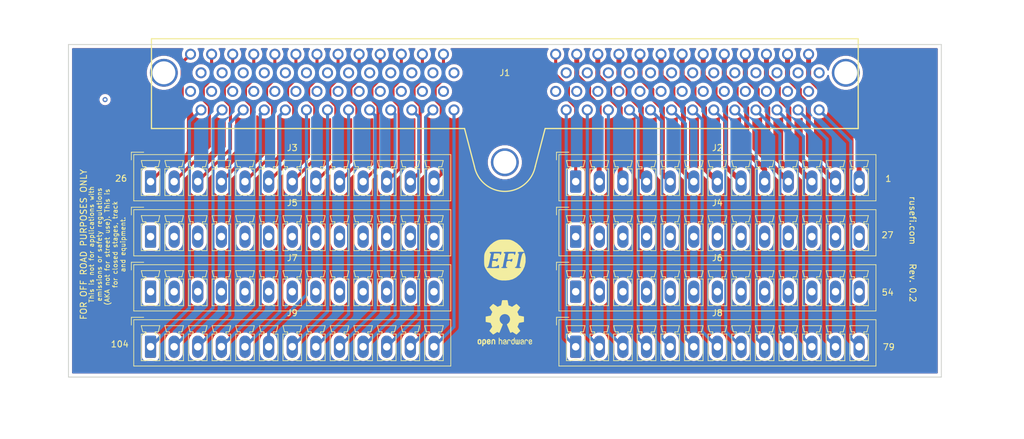
<source format=kicad_pcb>
(kicad_pcb (version 20171130) (host pcbnew 5.1.10)
  (layers (0 F.Cu signal) (1 In1.Cu signal) (2 In2.Cu signal) (31 B.Cu signal) (34 B.Paste user hide) (35 F.Paste user hide) (36 B.SilkS user) (37 F.SilkS user) (38 B.Mask user) (39 F.Mask user) (44 Edge.Cuts user))
  (net 0 "")
  (net 1 "Net-(J1-Pad90)")
  (net 2 "Net-(J1-Pad89)")
  (net 3 "Net-(J1-Pad88)")
  (net 4 "Net-(J1-Pad87)")
  (net 5 "Net-(J1-Pad86)")
  (net 6 "Net-(J1-Pad85)")
  (net 7 "Net-(J1-Pad84)")
  (net 8 "Net-(J1-Pad83)")
  (net 9 "Net-(J1-Pad82)")
  (net 10 "Net-(J1-Pad81)")
  (net 11 "Net-(J1-Pad80)")
  (net 12 "Net-(J1-Pad79)")
  (net 13 "Net-(J1-Pad53)")
  (net 14 "Net-(J1-Pad54)")
  (net 15 "Net-(J1-Pad55)")
  (net 16 "Net-(J1-Pad56)")
  (net 17 "Net-(J1-Pad57)")
  (net 18 "Net-(J1-Pad58)")
  (net 19 "Net-(J1-Pad59)")
  (net 20 "Net-(J1-Pad60)")
  (net 21 "Net-(J1-Pad61)")
  (net 22 "Net-(J1-Pad62)")
  (net 23 "Net-(J1-Pad63)")
  (net 24 "Net-(J1-Pad64)")
  (net 25 "Net-(J1-Pad37)")
  (net 26 "Net-(J1-Pad36)")
  (net 27 "Net-(J1-Pad35)")
  (net 28 "Net-(J1-Pad34)")
  (net 29 "Net-(J1-Pad33)")
  (net 30 "Net-(J1-Pad32)")
  (net 31 "Net-(J1-Pad31)")
  (net 32 "Net-(J1-Pad30)")
  (net 33 "Net-(J1-Pad29)")
  (net 34 "Net-(J1-Pad28)")
  (net 35 "Net-(J1-Pad27)")
  (net 36 "Net-(J1-Pad1)")
  (net 37 "Net-(J1-Pad2)")
  (net 38 "Net-(J1-Pad3)")
  (net 39 "Net-(J1-Pad4)")
  (net 40 "Net-(J1-Pad5)")
  (net 41 "Net-(J1-Pad6)")
  (net 42 "Net-(J1-Pad7)")
  (net 43 "Net-(J1-Pad8)")
  (net 44 "Net-(J1-Pad9)")
  (net 45 "Net-(J1-Pad10)")
  (net 46 "Net-(J1-Pad11)")
  (net 47 "Net-(J1-Pad12)")
  (net 48 "Net-(J1-Pad38)")
  (net 49 "Net-(J1-Pad13)")
  (net 50 "Net-(J1-Pad65)")
  (net 51 "Net-(J1-Pad91)")
  (net 52 "Net-(J1-Pad39)")
  (net 53 "Net-(J1-Pad104)")
  (net 54 "Net-(J1-Pad103)")
  (net 55 "Net-(J1-Pad102)")
  (net 56 "Net-(J1-Pad101)")
  (net 57 "Net-(J1-Pad100)")
  (net 58 "Net-(J1-Pad99)")
  (net 59 "Net-(J1-Pad98)")
  (net 60 "Net-(J1-Pad97)")
  (net 61 "Net-(J1-Pad72)")
  (net 62 "Net-(J1-Pad73)")
  (net 63 "Net-(J1-Pad74)")
  (net 64 "Net-(J1-Pad75)")
  (net 65 "Net-(J1-Pad76)")
  (net 66 "Net-(J1-Pad77)")
  (net 67 "Net-(J1-Pad78)")
  (net 68 "Net-(J1-Pad52)")
  (net 69 "Net-(J1-Pad51)")
  (net 70 "Net-(J1-Pad50)")
  (net 71 "Net-(J1-Pad49)")
  (net 72 "Net-(J1-Pad48)")
  (net 73 "Net-(J1-Pad47)")
  (net 74 "Net-(J1-Pad46)")
  (net 75 "Net-(J1-Pad45)")
  (net 76 "Net-(J1-Pad26)")
  (net 77 "Net-(J1-Pad25)")
  (net 78 "Net-(J1-Pad24)")
  (net 79 "Net-(J1-Pad23)")
  (net 80 "Net-(J1-Pad22)")
  (net 81 "Net-(J1-Pad21)")
  (net 82 "Net-(J1-Pad20)")
  (net 83 "Net-(J1-Pad19)")
  (net 84 "Net-(J1-Pad71)")
  (net 85 "Net-(J1-Pad96)")
  (net 86 "Net-(J1-Pad44)")
  (net 87 "Net-(J1-Pad70)")
  (net 88 "Net-(J1-Pad18)")
  (net 89 "Net-(J1-Pad43)")
  (net 90 "Net-(J1-Pad95)")
  (net 91 "Net-(J1-Pad69)")
  (net 92 "Net-(J1-Pad17)")
  (net 93 "Net-(J1-Pad42)")
  (net 94 "Net-(J1-Pad94)")
  (net 95 "Net-(J1-Pad68)")
  (net 96 "Net-(J1-Pad16)")
  (net 97 "Net-(J1-Pad93)")
  (net 98 "Net-(J1-Pad41)")
  (net 99 "Net-(J1-Pad15)")
  (net 100 "Net-(J1-Pad67)")
  (net 101 "Net-(J1-Pad92)")
  (net 102 "Net-(J1-Pad66)")
  (net 103 "Net-(J1-Pad40)")
  (net 104 "Net-(J1-Pad14)")
  (module rusefi_lib:eecv (layer F.Cu) (at 93.62 20.36)
    (fp_text reference J1 (at 0 5.5) (layer F.SilkS))
    (fp_text value EEC-V)
    (pad "" thru_hole circle (at 0 19.95) (size 4.5 4.5) (drill 3.7) (layers *.Cu *.Mask))
    (pad 90 thru_hole circle (at 13.3 11.5) (size 1.778 1.778) (drill 1.143) (layers *.Cu *.Mask) (net 1 "Net-(J1-Pad90)"))
    (pad 89 thru_hole circle (at 16.7 11.5) (size 1.778 1.778) (drill 1.143) (layers *.Cu *.Mask) (net 2 "Net-(J1-Pad89)"))
    (pad 88 thru_hole circle (at 20.1 11.5) (size 1.778 1.778) (drill 1.143) (layers *.Cu *.Mask) (net 3 "Net-(J1-Pad88)"))
    (pad 87 thru_hole circle (at 23.5 11.5) (size 1.778 1.778) (drill 1.143) (layers *.Cu *.Mask) (net 4 "Net-(J1-Pad87)"))
    (pad 86 thru_hole circle (at 26.9 11.5) (size 1.778 1.778) (drill 1.143) (layers *.Cu *.Mask) (net 5 "Net-(J1-Pad86)"))
    (pad 85 thru_hole circle (at 30.3 11.5) (size 1.778 1.778) (drill 1.143) (layers *.Cu *.Mask) (net 6 "Net-(J1-Pad85)"))
    (pad 84 thru_hole circle (at 33.7 11.5) (size 1.778 1.778) (drill 1.143) (layers *.Cu *.Mask) (net 7 "Net-(J1-Pad84)"))
    (pad 83 thru_hole circle (at 37.1 11.5) (size 1.778 1.778) (drill 1.143) (layers *.Cu *.Mask) (net 8 "Net-(J1-Pad83)"))
    (pad 82 thru_hole circle (at 40.5 11.5) (size 1.778 1.778) (drill 1.143) (layers *.Cu *.Mask) (net 9 "Net-(J1-Pad82)"))
    (pad 81 thru_hole circle (at 43.9 11.5) (size 1.778 1.778) (drill 1.143) (layers *.Cu *.Mask) (net 10 "Net-(J1-Pad81)"))
    (pad 80 thru_hole circle (at 47.3 11.5) (size 1.778 1.778) (drill 1.143) (layers *.Cu *.Mask) (net 11 "Net-(J1-Pad80)"))
    (pad 79 thru_hole circle (at 50.7 11.5) (size 1.778 1.778) (drill 1.143) (layers *.Cu *.Mask) (net 12 "Net-(J1-Pad79)"))
    (pad 53 thru_hole circle (at 49 8.5) (size 1.778 1.778) (drill 1.143) (layers *.Cu *.Mask) (net 13 "Net-(J1-Pad53)"))
    (pad 54 thru_hole circle (at 45.6 8.5) (size 1.778 1.778) (drill 1.143) (layers *.Cu *.Mask) (net 14 "Net-(J1-Pad54)"))
    (pad 55 thru_hole circle (at 42.2 8.5) (size 1.778 1.778) (drill 1.143) (layers *.Cu *.Mask) (net 15 "Net-(J1-Pad55)"))
    (pad 56 thru_hole circle (at 38.8 8.5) (size 1.778 1.778) (drill 1.143) (layers *.Cu *.Mask) (net 16 "Net-(J1-Pad56)"))
    (pad 57 thru_hole circle (at 35.4 8.5) (size 1.778 1.778) (drill 1.143) (layers *.Cu *.Mask) (net 17 "Net-(J1-Pad57)"))
    (pad 58 thru_hole circle (at 32 8.5) (size 1.778 1.778) (drill 1.143) (layers *.Cu *.Mask) (net 18 "Net-(J1-Pad58)"))
    (pad 59 thru_hole circle (at 28.6 8.5) (size 1.778 1.778) (drill 1.143) (layers *.Cu *.Mask) (net 19 "Net-(J1-Pad59)"))
    (pad 60 thru_hole circle (at 25.2 8.5) (size 1.778 1.778) (drill 1.143) (layers *.Cu *.Mask) (net 20 "Net-(J1-Pad60)"))
    (pad 61 thru_hole circle (at 21.8 8.5) (size 1.778 1.778) (drill 1.143) (layers *.Cu *.Mask) (net 21 "Net-(J1-Pad61)"))
    (pad 62 thru_hole circle (at 18.4 8.5) (size 1.778 1.778) (drill 1.143) (layers *.Cu *.Mask) (net 22 "Net-(J1-Pad62)"))
    (pad 63 thru_hole circle (at 15 8.5) (size 1.778 1.778) (drill 1.143) (layers *.Cu *.Mask) (net 23 "Net-(J1-Pad63)"))
    (pad 64 thru_hole circle (at 11.6 8.5) (size 1.778 1.778) (drill 1.143) (layers *.Cu *.Mask) (net 24 "Net-(J1-Pad64)"))
    (pad 37 thru_hole circle (at 16.7 5.5) (size 1.778 1.778) (drill 1.143) (layers *.Cu *.Mask) (net 25 "Net-(J1-Pad37)"))
    (pad 36 thru_hole circle (at 20.1 5.5) (size 1.778 1.778) (drill 1.143) (layers *.Cu *.Mask) (net 26 "Net-(J1-Pad36)"))
    (pad 35 thru_hole circle (at 23.5 5.5) (size 1.778 1.778) (drill 1.143) (layers *.Cu *.Mask) (net 27 "Net-(J1-Pad35)"))
    (pad 34 thru_hole circle (at 26.9 5.5) (size 1.778 1.778) (drill 1.143) (layers *.Cu *.Mask) (net 28 "Net-(J1-Pad34)"))
    (pad 33 thru_hole circle (at 30.3 5.5) (size 1.778 1.778) (drill 1.143) (layers *.Cu *.Mask) (net 29 "Net-(J1-Pad33)"))
    (pad 32 thru_hole circle (at 33.7 5.5) (size 1.778 1.778) (drill 1.143) (layers *.Cu *.Mask) (net 30 "Net-(J1-Pad32)"))
    (pad 31 thru_hole circle (at 37.1 5.5) (size 1.778 1.778) (drill 1.143) (layers *.Cu *.Mask) (net 31 "Net-(J1-Pad31)"))
    (pad 30 thru_hole circle (at 40.5 5.5) (size 1.778 1.778) (drill 1.143) (layers *.Cu *.Mask) (net 32 "Net-(J1-Pad30)"))
    (pad 29 thru_hole circle (at 43.9 5.5) (size 1.778 1.778) (drill 1.143) (layers *.Cu *.Mask) (net 33 "Net-(J1-Pad29)"))
    (pad 28 thru_hole circle (at 47.3 5.5) (size 1.778 1.778) (drill 1.143) (layers *.Cu *.Mask) (net 34 "Net-(J1-Pad28)"))
    (pad 27 thru_hole circle (at 50.7 5.5) (size 1.778 1.778) (drill 1.143) (layers *.Cu *.Mask) (net 35 "Net-(J1-Pad27)"))
    (pad 1 thru_hole circle (at 49 2.5) (size 1.778 1.778) (drill 1.143) (layers *.Cu *.Mask) (net 36 "Net-(J1-Pad1)"))
    (pad 2 thru_hole circle (at 45.6 2.5) (size 1.778 1.778) (drill 1.143) (layers *.Cu *.Mask) (net 37 "Net-(J1-Pad2)"))
    (pad 3 thru_hole circle (at 42.2 2.5) (size 1.778 1.778) (drill 1.143) (layers *.Cu *.Mask) (net 38 "Net-(J1-Pad3)"))
    (pad 4 thru_hole circle (at 38.8 2.5) (size 1.778 1.778) (drill 1.143) (layers *.Cu *.Mask) (net 39 "Net-(J1-Pad4)"))
    (pad 5 thru_hole circle (at 35.4 2.5) (size 1.778 1.778) (drill 1.143) (layers *.Cu *.Mask) (net 40 "Net-(J1-Pad5)"))
    (pad 6 thru_hole circle (at 32 2.5) (size 1.778 1.778) (drill 1.143) (layers *.Cu *.Mask) (net 41 "Net-(J1-Pad6)"))
    (pad 7 thru_hole circle (at 28.6 2.5) (size 1.778 1.778) (drill 1.143) (layers *.Cu *.Mask) (net 42 "Net-(J1-Pad7)"))
    (pad 8 thru_hole circle (at 25.2 2.5) (size 1.778 1.778) (drill 1.143) (layers *.Cu *.Mask) (net 43 "Net-(J1-Pad8)"))
    (pad 9 thru_hole circle (at 21.8 2.5) (size 1.778 1.778) (drill 1.143) (layers *.Cu *.Mask) (net 44 "Net-(J1-Pad9)"))
    (pad 10 thru_hole circle (at 18.4 2.5) (size 1.778 1.778) (drill 1.143) (layers *.Cu *.Mask) (net 45 "Net-(J1-Pad10)"))
    (pad 11 thru_hole circle (at 15 2.5) (size 1.778 1.778) (drill 1.143) (layers *.Cu *.Mask) (net 46 "Net-(J1-Pad11)"))
    (pad 12 thru_hole circle (at 11.6 2.5) (size 1.778 1.778) (drill 1.143) (layers *.Cu *.Mask) (net 47 "Net-(J1-Pad12)"))
    (pad 38 thru_hole circle (at 13.3 5.5) (size 1.778 1.778) (drill 1.143) (layers *.Cu *.Mask) (net 48 "Net-(J1-Pad38)"))
    (pad 13 thru_hole circle (at 8.2 2.5) (size 1.778 1.778) (drill 1.143) (layers *.Cu *.Mask) (net 49 "Net-(J1-Pad13)"))
    (pad 65 thru_hole circle (at 8.2 8.5) (size 1.778 1.778) (drill 1.143) (layers *.Cu *.Mask) (net 50 "Net-(J1-Pad65)"))
    (pad 91 thru_hole circle (at 9.9 11.5) (size 1.778 1.778) (drill 1.143) (layers *.Cu *.Mask) (net 51 "Net-(J1-Pad91)"))
    (pad 39 thru_hole circle (at 9.9 5.5) (size 1.778 1.778) (drill 1.143) (layers *.Cu *.Mask) (net 52 "Net-(J1-Pad39)"))
    (pad 104 thru_hole circle (at -49 11.5) (size 1.778 1.778) (drill 1.143) (layers *.Cu *.Mask) (net 53 "Net-(J1-Pad104)"))
    (pad 103 thru_hole circle (at -45.6 11.5) (size 1.778 1.778) (drill 1.143) (layers *.Cu *.Mask) (net 54 "Net-(J1-Pad103)"))
    (pad 102 thru_hole circle (at -42.2 11.5) (size 1.778 1.778) (drill 1.143) (layers *.Cu *.Mask) (net 55 "Net-(J1-Pad102)"))
    (pad 101 thru_hole circle (at -38.8 11.5) (size 1.778 1.778) (drill 1.143) (layers *.Cu *.Mask) (net 56 "Net-(J1-Pad101)"))
    (pad 100 thru_hole circle (at -35.4 11.5) (size 1.778 1.778) (drill 1.143) (layers *.Cu *.Mask) (net 57 "Net-(J1-Pad100)"))
    (pad 99 thru_hole circle (at -32 11.5) (size 1.778 1.778) (drill 1.143) (layers *.Cu *.Mask) (net 58 "Net-(J1-Pad99)"))
    (pad 98 thru_hole circle (at -28.6 11.5) (size 1.778 1.778) (drill 1.143) (layers *.Cu *.Mask) (net 59 "Net-(J1-Pad98)"))
    (pad 97 thru_hole circle (at -25.2 11.5) (size 1.778 1.778) (drill 1.143) (layers *.Cu *.Mask) (net 60 "Net-(J1-Pad97)"))
    (pad 72 thru_hole circle (at -30.3 8.5) (size 1.778 1.778) (drill 1.143) (layers *.Cu *.Mask) (net 61 "Net-(J1-Pad72)"))
    (pad 73 thru_hole circle (at -33.7 8.5) (size 1.778 1.778) (drill 1.143) (layers *.Cu *.Mask) (net 62 "Net-(J1-Pad73)"))
    (pad 74 thru_hole circle (at -37.1 8.5) (size 1.778 1.778) (drill 1.143) (layers *.Cu *.Mask) (net 63 "Net-(J1-Pad74)"))
    (pad 75 thru_hole circle (at -40.5 8.5) (size 1.778 1.778) (drill 1.143) (layers *.Cu *.Mask) (net 64 "Net-(J1-Pad75)"))
    (pad 76 thru_hole circle (at -43.9 8.5) (size 1.778 1.778) (drill 1.143) (layers *.Cu *.Mask) (net 65 "Net-(J1-Pad76)"))
    (pad 77 thru_hole circle (at -47.3 8.5) (size 1.778 1.778) (drill 1.143) (layers *.Cu *.Mask) (net 66 "Net-(J1-Pad77)"))
    (pad 78 thru_hole circle (at -50.7 8.5) (size 1.778 1.778) (drill 1.143) (layers *.Cu *.Mask) (net 67 "Net-(J1-Pad78)"))
    (pad 52 thru_hole circle (at -49 5.5) (size 1.778 1.778) (drill 1.143) (layers *.Cu *.Mask) (net 68 "Net-(J1-Pad52)"))
    (pad 51 thru_hole circle (at -45.6 5.5) (size 1.778 1.778) (drill 1.143) (layers *.Cu *.Mask) (net 69 "Net-(J1-Pad51)"))
    (pad 50 thru_hole circle (at -42.2 5.5) (size 1.778 1.778) (drill 1.143) (layers *.Cu *.Mask) (net 70 "Net-(J1-Pad50)"))
    (pad 49 thru_hole circle (at -38.8 5.5) (size 1.778 1.778) (drill 1.143) (layers *.Cu *.Mask) (net 71 "Net-(J1-Pad49)"))
    (pad 48 thru_hole circle (at -35.4 5.5) (size 1.778 1.778) (drill 1.143) (layers *.Cu *.Mask) (net 72 "Net-(J1-Pad48)"))
    (pad 47 thru_hole circle (at -32 5.5) (size 1.778 1.778) (drill 1.143) (layers *.Cu *.Mask) (net 73 "Net-(J1-Pad47)"))
    (pad 46 thru_hole circle (at -28.6 5.5) (size 1.778 1.778) (drill 1.143) (layers *.Cu *.Mask) (net 74 "Net-(J1-Pad46)"))
    (pad 45 thru_hole circle (at -25.2 5.5) (size 1.778 1.778) (drill 1.143) (layers *.Cu *.Mask) (net 75 "Net-(J1-Pad45)"))
    (pad 26 thru_hole circle (at -50.7 2.5) (size 1.778 1.778) (drill 1.143) (layers *.Cu *.Mask) (net 76 "Net-(J1-Pad26)"))
    (pad 25 thru_hole circle (at -47.3 2.5) (size 1.778 1.778) (drill 1.143) (layers *.Cu *.Mask) (net 77 "Net-(J1-Pad25)"))
    (pad 24 thru_hole circle (at -43.9 2.5) (size 1.778 1.778) (drill 1.143) (layers *.Cu *.Mask) (net 78 "Net-(J1-Pad24)"))
    (pad 23 thru_hole circle (at -40.5 2.5) (size 1.778 1.778) (drill 1.143) (layers *.Cu *.Mask) (net 79 "Net-(J1-Pad23)"))
    (pad 22 thru_hole circle (at -37.1 2.5) (size 1.778 1.778) (drill 1.143) (layers *.Cu *.Mask) (net 80 "Net-(J1-Pad22)"))
    (pad 21 thru_hole circle (at -33.7 2.5) (size 1.778 1.778) (drill 1.143) (layers *.Cu *.Mask) (net 81 "Net-(J1-Pad21)"))
    (pad 20 thru_hole circle (at -30.3 2.5) (size 1.778 1.778) (drill 1.143) (layers *.Cu *.Mask) (net 82 "Net-(J1-Pad20)"))
    (pad 19 thru_hole circle (at -26.9 2.5) (size 1.778 1.778) (drill 1.143) (layers *.Cu *.Mask) (net 83 "Net-(J1-Pad19)"))
    (pad 71 thru_hole circle (at -26.9 8.5) (size 1.778 1.778) (drill 1.143) (layers *.Cu *.Mask) (net 84 "Net-(J1-Pad71)"))
    (pad 96 thru_hole circle (at -21.8 11.5) (size 1.778 1.778) (drill 1.143) (layers *.Cu *.Mask) (net 85 "Net-(J1-Pad96)"))
    (pad 44 thru_hole circle (at -21.8 5.5) (size 1.778 1.778) (drill 1.143) (layers *.Cu *.Mask) (net 86 "Net-(J1-Pad44)"))
    (pad 70 thru_hole circle (at -23.5 8.5) (size 1.778 1.778) (drill 1.143) (layers *.Cu *.Mask) (net 87 "Net-(J1-Pad70)"))
    (pad 18 thru_hole circle (at -23.5 2.5) (size 1.778 1.778) (drill 1.143) (layers *.Cu *.Mask) (net 88 "Net-(J1-Pad18)"))
    (pad 43 thru_hole circle (at -18.4 5.5) (size 1.778 1.778) (drill 1.143) (layers *.Cu *.Mask) (net 89 "Net-(J1-Pad43)"))
    (pad 95 thru_hole circle (at -18.4 11.5) (size 1.778 1.778) (drill 1.143) (layers *.Cu *.Mask) (net 90 "Net-(J1-Pad95)"))
    (pad 69 thru_hole circle (at -20.1 8.5) (size 1.778 1.778) (drill 1.143) (layers *.Cu *.Mask) (net 91 "Net-(J1-Pad69)"))
    (pad 17 thru_hole circle (at -20.1 2.5) (size 1.778 1.778) (drill 1.143) (layers *.Cu *.Mask) (net 92 "Net-(J1-Pad17)"))
    (pad 42 thru_hole circle (at -15 5.5) (size 1.778 1.778) (drill 1.143) (layers *.Cu *.Mask) (net 93 "Net-(J1-Pad42)"))
    (pad 94 thru_hole circle (at -15 11.5) (size 1.778 1.778) (drill 1.143) (layers *.Cu *.Mask) (net 94 "Net-(J1-Pad94)"))
    (pad 68 thru_hole circle (at -16.7 8.5) (size 1.778 1.778) (drill 1.143) (layers *.Cu *.Mask) (net 95 "Net-(J1-Pad68)"))
    (pad 16 thru_hole circle (at -16.7 2.5) (size 1.778 1.778) (drill 1.143) (layers *.Cu *.Mask) (net 96 "Net-(J1-Pad16)"))
    (pad 93 thru_hole circle (at -11.6 11.5) (size 1.778 1.778) (drill 1.143) (layers *.Cu *.Mask) (net 97 "Net-(J1-Pad93)"))
    (pad 41 thru_hole circle (at -11.6 5.5) (size 1.778 1.778) (drill 1.143) (layers *.Cu *.Mask) (net 98 "Net-(J1-Pad41)"))
    (pad 15 thru_hole circle (at -13.3 2.5) (size 1.778 1.778) (drill 1.143) (layers *.Cu *.Mask) (net 99 "Net-(J1-Pad15)"))
    (pad 67 thru_hole circle (at -13.3 8.5) (size 1.778 1.778) (drill 1.143) (layers *.Cu *.Mask) (net 100 "Net-(J1-Pad67)"))
    (pad 92 thru_hole circle (at -8.2 11.5) (size 1.778 1.778) (drill 1.143) (layers *.Cu *.Mask) (net 101 "Net-(J1-Pad92)"))
    (pad 66 thru_hole circle (at -9.9 8.5) (size 1.778 1.778) (drill 1.143) (layers *.Cu *.Mask) (net 102 "Net-(J1-Pad66)"))
    (pad 40 thru_hole circle (at -8.2 5.5) (size 1.778 1.778) (drill 1.143) (layers *.Cu *.Mask) (net 103 "Net-(J1-Pad40)"))
    (pad 14 thru_hole circle (at -9.9 2.5) (size 1.778 1.778) (drill 1.143) (layers *.Cu *.Mask) (net 104 "Net-(J1-Pad14)"))
    (pad "" thru_hole circle (at 55 5.5) (size 4.5 4.5) (drill 3.7) (layers *.Cu *.Mask))
    (pad "" thru_hole circle (at -55 5.5) (size 4.5 4.5) (drill 3.7) (layers *.Cu *.Mask))
  )
  (module Symbol:OSHW-Logo2_9.8x8mm_SilkScreen (layer F.Cu) (at 93.62 66.29)
    (fp_text reference REF** hide)
    (fp_text value OSHW-Logo2_9.8x8mm_SilkScreen hide)
  )
  (module rusefi_lib:Off_Road_Disclaimer (layer F.Cu) (at 28.85 53.59 90)
    (fp_text reference G? hide)
    (fp_text value Disclaimer hide)
    (fp_text user "FOR OFF ROAD PURPOSES ONLY" (at 0 -3.175 90) (layer F.SilkS))
    (fp_text user "This is not for applications with" (at 0 -1.905 90) (layer F.SilkS) (effects (font (size 0.762 0.762) (thickness 0.127))))
    (fp_text user "emissions or safety regulations" (at 0 -0.635 90) (layer F.SilkS) (effects (font (size 0.762 0.762) (thickness 0.127))))
    (fp_text user "(AKA not for street use). This is " (at -0.127 0.635 90) (layer F.SilkS) (effects (font (size 0.762 0.762) (thickness 0.127))))
    (fp_text user "for closed stages, track" (at 0 1.905 90) (layer F.SilkS) (effects (font (size 0.762 0.762) (thickness 0.127))))
    (fp_text user "and equipment." (at 0 3.175 90) (layer F.SilkS) (effects (font (size 0.762 0.762) (thickness 0.127))))
  )
  (module Connector_Phoenix_MC:PhoenixContact_MCV_1,5_13-G-3.81_1x13_P3.81mm_Vertical (layer F.Cu) (at 36.47 70.1)
    (fp_text reference J9 (at 22.86 -5.45) (layer F.SilkS))
    (fp_text value Conn_01x13)
    (pad 13 thru_hole oval (at 45.72 0) (size 1.8 3.6) (drill 1.2) (layers *.Cu *.Mask) (net 101 "Net-(J1-Pad92)"))
    (pad 12 thru_hole oval (at 41.91 0) (size 1.8 3.6) (drill 1.2) (layers *.Cu *.Mask) (net 97 "Net-(J1-Pad93)"))
    (pad 11 thru_hole oval (at 38.1 0) (size 1.8 3.6) (drill 1.2) (layers *.Cu *.Mask) (net 94 "Net-(J1-Pad94)"))
    (pad 10 thru_hole oval (at 34.29 0) (size 1.8 3.6) (drill 1.2) (layers *.Cu *.Mask) (net 90 "Net-(J1-Pad95)"))
    (pad 9 thru_hole oval (at 30.48 0) (size 1.8 3.6) (drill 1.2) (layers *.Cu *.Mask) (net 85 "Net-(J1-Pad96)"))
    (pad 8 thru_hole oval (at 26.67 0) (size 1.8 3.6) (drill 1.2) (layers *.Cu *.Mask) (net 60 "Net-(J1-Pad97)"))
    (pad 7 thru_hole oval (at 22.86 0) (size 1.8 3.6) (drill 1.2) (layers *.Cu *.Mask) (net 59 "Net-(J1-Pad98)"))
    (pad 6 thru_hole oval (at 19.05 0) (size 1.8 3.6) (drill 1.2) (layers *.Cu *.Mask) (net 58 "Net-(J1-Pad99)"))
    (pad 5 thru_hole oval (at 15.24 0) (size 1.8 3.6) (drill 1.2) (layers *.Cu *.Mask) (net 57 "Net-(J1-Pad100)"))
    (pad 4 thru_hole oval (at 11.43 0) (size 1.8 3.6) (drill 1.2) (layers *.Cu *.Mask) (net 56 "Net-(J1-Pad101)"))
    (pad 3 thru_hole oval (at 7.62 0) (size 1.8 3.6) (drill 1.2) (layers *.Cu *.Mask) (net 55 "Net-(J1-Pad102)"))
    (pad 2 thru_hole oval (at 3.81 0) (size 1.8 3.6) (drill 1.2) (layers *.Cu *.Mask) (net 54 "Net-(J1-Pad103)"))
    (pad 1 thru_hole roundrect (at 0 0) (size 1.8 3.6) (drill 1.2) (layers *.Cu *.Mask) (roundrect_rratio 0.1388888888888889) (net 53 "Net-(J1-Pad104)"))
  )
  (module Connector_Phoenix_MC:PhoenixContact_MCV_1,5_13-G-3.81_1x13_P3.81mm_Vertical (layer F.Cu) (at 105.05 70.1)
    (fp_text reference J8 (at 22.86 -5.45) (layer F.SilkS))
    (fp_text value Conn_01x13)
    (pad 13 thru_hole oval (at 45.72 0) (size 1.8 3.6) (drill 1.2) (layers *.Cu *.Mask) (net 12 "Net-(J1-Pad79)"))
    (pad 12 thru_hole oval (at 41.91 0) (size 1.8 3.6) (drill 1.2) (layers *.Cu *.Mask) (net 11 "Net-(J1-Pad80)"))
    (pad 11 thru_hole oval (at 38.1 0) (size 1.8 3.6) (drill 1.2) (layers *.Cu *.Mask) (net 10 "Net-(J1-Pad81)"))
    (pad 10 thru_hole oval (at 34.29 0) (size 1.8 3.6) (drill 1.2) (layers *.Cu *.Mask) (net 9 "Net-(J1-Pad82)"))
    (pad 9 thru_hole oval (at 30.48 0) (size 1.8 3.6) (drill 1.2) (layers *.Cu *.Mask) (net 8 "Net-(J1-Pad83)"))
    (pad 8 thru_hole oval (at 26.67 0) (size 1.8 3.6) (drill 1.2) (layers *.Cu *.Mask) (net 7 "Net-(J1-Pad84)"))
    (pad 7 thru_hole oval (at 22.86 0) (size 1.8 3.6) (drill 1.2) (layers *.Cu *.Mask) (net 6 "Net-(J1-Pad85)"))
    (pad 6 thru_hole oval (at 19.05 0) (size 1.8 3.6) (drill 1.2) (layers *.Cu *.Mask) (net 5 "Net-(J1-Pad86)"))
    (pad 5 thru_hole oval (at 15.24 0) (size 1.8 3.6) (drill 1.2) (layers *.Cu *.Mask) (net 4 "Net-(J1-Pad87)"))
    (pad 4 thru_hole oval (at 11.43 0) (size 1.8 3.6) (drill 1.2) (layers *.Cu *.Mask) (net 3 "Net-(J1-Pad88)"))
    (pad 3 thru_hole oval (at 7.62 0) (size 1.8 3.6) (drill 1.2) (layers *.Cu *.Mask) (net 2 "Net-(J1-Pad89)"))
    (pad 2 thru_hole oval (at 3.81 0) (size 1.8 3.6) (drill 1.2) (layers *.Cu *.Mask) (net 1 "Net-(J1-Pad90)"))
    (pad 1 thru_hole roundrect (at 0 0) (size 1.8 3.6) (drill 1.2) (layers *.Cu *.Mask) (roundrect_rratio 0.1388888888888889) (net 51 "Net-(J1-Pad91)"))
  )
  (module Connector_Phoenix_MC:PhoenixContact_MCV_1,5_13-G-3.81_1x13_P3.81mm_Vertical (layer F.Cu) (at 36.47 61.21)
    (fp_text reference J7 (at 22.86 -5.45) (layer F.SilkS))
    (fp_text value Conn_01x13)
    (pad 13 thru_hole oval (at 45.72 0) (size 1.8 3.6) (drill 1.2) (layers *.Cu *.Mask) (net 102 "Net-(J1-Pad66)"))
    (pad 12 thru_hole oval (at 41.91 0) (size 1.8 3.6) (drill 1.2) (layers *.Cu *.Mask) (net 100 "Net-(J1-Pad67)"))
    (pad 11 thru_hole oval (at 38.1 0) (size 1.8 3.6) (drill 1.2) (layers *.Cu *.Mask) (net 95 "Net-(J1-Pad68)"))
    (pad 10 thru_hole oval (at 34.29 0) (size 1.8 3.6) (drill 1.2) (layers *.Cu *.Mask) (net 91 "Net-(J1-Pad69)"))
    (pad 9 thru_hole oval (at 30.48 0) (size 1.8 3.6) (drill 1.2) (layers *.Cu *.Mask) (net 87 "Net-(J1-Pad70)"))
    (pad 8 thru_hole oval (at 26.67 0) (size 1.8 3.6) (drill 1.2) (layers *.Cu *.Mask) (net 84 "Net-(J1-Pad71)"))
    (pad 7 thru_hole oval (at 22.86 0) (size 1.8 3.6) (drill 1.2) (layers *.Cu *.Mask) (net 61 "Net-(J1-Pad72)"))
    (pad 6 thru_hole oval (at 19.05 0) (size 1.8 3.6) (drill 1.2) (layers *.Cu *.Mask) (net 62 "Net-(J1-Pad73)"))
    (pad 5 thru_hole oval (at 15.24 0) (size 1.8 3.6) (drill 1.2) (layers *.Cu *.Mask) (net 63 "Net-(J1-Pad74)"))
    (pad 4 thru_hole oval (at 11.43 0) (size 1.8 3.6) (drill 1.2) (layers *.Cu *.Mask) (net 64 "Net-(J1-Pad75)"))
    (pad 3 thru_hole oval (at 7.62 0) (size 1.8 3.6) (drill 1.2) (layers *.Cu *.Mask) (net 65 "Net-(J1-Pad76)"))
    (pad 2 thru_hole oval (at 3.81 0) (size 1.8 3.6) (drill 1.2) (layers *.Cu *.Mask) (net 66 "Net-(J1-Pad77)"))
    (pad 1 thru_hole roundrect (at 0 0) (size 1.8 3.6) (drill 1.2) (layers *.Cu *.Mask) (roundrect_rratio 0.1388888888888889) (net 67 "Net-(J1-Pad78)"))
  )
  (module Connector_Phoenix_MC:PhoenixContact_MCV_1,5_13-G-3.81_1x13_P3.81mm_Vertical (layer F.Cu) (at 105.05 61.21)
    (fp_text reference J6 (at 22.86 -5.45) (layer F.SilkS))
    (fp_text value Conn_01x13)
    (pad 13 thru_hole oval (at 45.72 0) (size 1.8 3.6) (drill 1.2) (layers *.Cu *.Mask) (net 13 "Net-(J1-Pad53)"))
    (pad 12 thru_hole oval (at 41.91 0) (size 1.8 3.6) (drill 1.2) (layers *.Cu *.Mask) (net 14 "Net-(J1-Pad54)"))
    (pad 11 thru_hole oval (at 38.1 0) (size 1.8 3.6) (drill 1.2) (layers *.Cu *.Mask) (net 15 "Net-(J1-Pad55)"))
    (pad 10 thru_hole oval (at 34.29 0) (size 1.8 3.6) (drill 1.2) (layers *.Cu *.Mask) (net 16 "Net-(J1-Pad56)"))
    (pad 9 thru_hole oval (at 30.48 0) (size 1.8 3.6) (drill 1.2) (layers *.Cu *.Mask) (net 17 "Net-(J1-Pad57)"))
    (pad 8 thru_hole oval (at 26.67 0) (size 1.8 3.6) (drill 1.2) (layers *.Cu *.Mask) (net 18 "Net-(J1-Pad58)"))
    (pad 7 thru_hole oval (at 22.86 0) (size 1.8 3.6) (drill 1.2) (layers *.Cu *.Mask) (net 19 "Net-(J1-Pad59)"))
    (pad 6 thru_hole oval (at 19.05 0) (size 1.8 3.6) (drill 1.2) (layers *.Cu *.Mask) (net 20 "Net-(J1-Pad60)"))
    (pad 5 thru_hole oval (at 15.24 0) (size 1.8 3.6) (drill 1.2) (layers *.Cu *.Mask) (net 21 "Net-(J1-Pad61)"))
    (pad 4 thru_hole oval (at 11.43 0) (size 1.8 3.6) (drill 1.2) (layers *.Cu *.Mask) (net 22 "Net-(J1-Pad62)"))
    (pad 3 thru_hole oval (at 7.62 0) (size 1.8 3.6) (drill 1.2) (layers *.Cu *.Mask) (net 23 "Net-(J1-Pad63)"))
    (pad 2 thru_hole oval (at 3.81 0) (size 1.8 3.6) (drill 1.2) (layers *.Cu *.Mask) (net 24 "Net-(J1-Pad64)"))
    (pad 1 thru_hole roundrect (at 0 0) (size 1.8 3.6) (drill 1.2) (layers *.Cu *.Mask) (roundrect_rratio 0.1388888888888889) (net 50 "Net-(J1-Pad65)"))
  )
  (module Connector_Phoenix_MC:PhoenixContact_MCV_1,5_13-G-3.81_1x13_P3.81mm_Vertical (layer F.Cu) (at 36.47 52.32)
    (fp_text reference J5 (at 22.86 -5.45) (layer F.SilkS))
    (fp_text value Conn_01x13)
    (pad 13 thru_hole oval (at 45.72 0) (size 1.8 3.6) (drill 1.2) (layers *.Cu *.Mask) (net 103 "Net-(J1-Pad40)"))
    (pad 12 thru_hole oval (at 41.91 0) (size 1.8 3.6) (drill 1.2) (layers *.Cu *.Mask) (net 98 "Net-(J1-Pad41)"))
    (pad 11 thru_hole oval (at 38.1 0) (size 1.8 3.6) (drill 1.2) (layers *.Cu *.Mask) (net 93 "Net-(J1-Pad42)"))
    (pad 10 thru_hole oval (at 34.29 0) (size 1.8 3.6) (drill 1.2) (layers *.Cu *.Mask) (net 89 "Net-(J1-Pad43)"))
    (pad 9 thru_hole oval (at 30.48 0) (size 1.8 3.6) (drill 1.2) (layers *.Cu *.Mask) (net 86 "Net-(J1-Pad44)"))
    (pad 8 thru_hole oval (at 26.67 0) (size 1.8 3.6) (drill 1.2) (layers *.Cu *.Mask) (net 75 "Net-(J1-Pad45)"))
    (pad 7 thru_hole oval (at 22.86 0) (size 1.8 3.6) (drill 1.2) (layers *.Cu *.Mask) (net 74 "Net-(J1-Pad46)"))
    (pad 6 thru_hole oval (at 19.05 0) (size 1.8 3.6) (drill 1.2) (layers *.Cu *.Mask) (net 73 "Net-(J1-Pad47)"))
    (pad 5 thru_hole oval (at 15.24 0) (size 1.8 3.6) (drill 1.2) (layers *.Cu *.Mask) (net 72 "Net-(J1-Pad48)"))
    (pad 4 thru_hole oval (at 11.43 0) (size 1.8 3.6) (drill 1.2) (layers *.Cu *.Mask) (net 71 "Net-(J1-Pad49)"))
    (pad 3 thru_hole oval (at 7.62 0) (size 1.8 3.6) (drill 1.2) (layers *.Cu *.Mask) (net 70 "Net-(J1-Pad50)"))
    (pad 2 thru_hole oval (at 3.81 0) (size 1.8 3.6) (drill 1.2) (layers *.Cu *.Mask) (net 69 "Net-(J1-Pad51)"))
    (pad 1 thru_hole roundrect (at 0 0) (size 1.8 3.6) (drill 1.2) (layers *.Cu *.Mask) (roundrect_rratio 0.1388888888888889) (net 68 "Net-(J1-Pad52)"))
  )
  (module Connector_Phoenix_MC:PhoenixContact_MCV_1,5_13-G-3.81_1x13_P3.81mm_Vertical (layer F.Cu) (at 105.05 52.32)
    (fp_text reference J4 (at 22.86 -5.45) (layer F.SilkS))
    (fp_text value Conn_01x13)
    (pad 13 thru_hole oval (at 45.72 0) (size 1.8 3.6) (drill 1.2) (layers *.Cu *.Mask) (net 35 "Net-(J1-Pad27)"))
    (pad 12 thru_hole oval (at 41.91 0) (size 1.8 3.6) (drill 1.2) (layers *.Cu *.Mask) (net 34 "Net-(J1-Pad28)"))
    (pad 11 thru_hole oval (at 38.1 0) (size 1.8 3.6) (drill 1.2) (layers *.Cu *.Mask) (net 33 "Net-(J1-Pad29)"))
    (pad 10 thru_hole oval (at 34.29 0) (size 1.8 3.6) (drill 1.2) (layers *.Cu *.Mask) (net 32 "Net-(J1-Pad30)"))
    (pad 9 thru_hole oval (at 30.48 0) (size 1.8 3.6) (drill 1.2) (layers *.Cu *.Mask) (net 31 "Net-(J1-Pad31)"))
    (pad 8 thru_hole oval (at 26.67 0) (size 1.8 3.6) (drill 1.2) (layers *.Cu *.Mask) (net 30 "Net-(J1-Pad32)"))
    (pad 7 thru_hole oval (at 22.86 0) (size 1.8 3.6) (drill 1.2) (layers *.Cu *.Mask) (net 29 "Net-(J1-Pad33)"))
    (pad 6 thru_hole oval (at 19.05 0) (size 1.8 3.6) (drill 1.2) (layers *.Cu *.Mask) (net 28 "Net-(J1-Pad34)"))
    (pad 5 thru_hole oval (at 15.24 0) (size 1.8 3.6) (drill 1.2) (layers *.Cu *.Mask) (net 27 "Net-(J1-Pad35)"))
    (pad 4 thru_hole oval (at 11.43 0) (size 1.8 3.6) (drill 1.2) (layers *.Cu *.Mask) (net 26 "Net-(J1-Pad36)"))
    (pad 3 thru_hole oval (at 7.62 0) (size 1.8 3.6) (drill 1.2) (layers *.Cu *.Mask) (net 25 "Net-(J1-Pad37)"))
    (pad 2 thru_hole oval (at 3.81 0) (size 1.8 3.6) (drill 1.2) (layers *.Cu *.Mask) (net 48 "Net-(J1-Pad38)"))
    (pad 1 thru_hole roundrect (at 0 0) (size 1.8 3.6) (drill 1.2) (layers *.Cu *.Mask) (roundrect_rratio 0.1388888888888889) (net 52 "Net-(J1-Pad39)"))
  )
  (module Connector_Phoenix_MC:PhoenixContact_MCV_1,5_13-G-3.81_1x13_P3.81mm_Vertical (layer F.Cu) (at 36.47 43.43)
    (fp_text reference J3 (at 22.86 -5.45) (layer F.SilkS))
    (fp_text value Conn_01x13)
    (pad 13 thru_hole oval (at 45.72 0) (size 1.8 3.6) (drill 1.2) (layers *.Cu *.Mask) (net 104 "Net-(J1-Pad14)"))
    (pad 12 thru_hole oval (at 41.91 0) (size 1.8 3.6) (drill 1.2) (layers *.Cu *.Mask) (net 99 "Net-(J1-Pad15)"))
    (pad 11 thru_hole oval (at 38.1 0) (size 1.8 3.6) (drill 1.2) (layers *.Cu *.Mask) (net 96 "Net-(J1-Pad16)"))
    (pad 10 thru_hole oval (at 34.29 0) (size 1.8 3.6) (drill 1.2) (layers *.Cu *.Mask) (net 92 "Net-(J1-Pad17)"))
    (pad 9 thru_hole oval (at 30.48 0) (size 1.8 3.6) (drill 1.2) (layers *.Cu *.Mask) (net 88 "Net-(J1-Pad18)"))
    (pad 8 thru_hole oval (at 26.67 0) (size 1.8 3.6) (drill 1.2) (layers *.Cu *.Mask) (net 83 "Net-(J1-Pad19)"))
    (pad 7 thru_hole oval (at 22.86 0) (size 1.8 3.6) (drill 1.2) (layers *.Cu *.Mask) (net 82 "Net-(J1-Pad20)"))
    (pad 6 thru_hole oval (at 19.05 0) (size 1.8 3.6) (drill 1.2) (layers *.Cu *.Mask) (net 81 "Net-(J1-Pad21)"))
    (pad 5 thru_hole oval (at 15.24 0) (size 1.8 3.6) (drill 1.2) (layers *.Cu *.Mask) (net 80 "Net-(J1-Pad22)"))
    (pad 4 thru_hole oval (at 11.43 0) (size 1.8 3.6) (drill 1.2) (layers *.Cu *.Mask) (net 79 "Net-(J1-Pad23)"))
    (pad 3 thru_hole oval (at 7.62 0) (size 1.8 3.6) (drill 1.2) (layers *.Cu *.Mask) (net 78 "Net-(J1-Pad24)"))
    (pad 2 thru_hole oval (at 3.81 0) (size 1.8 3.6) (drill 1.2) (layers *.Cu *.Mask) (net 77 "Net-(J1-Pad25)"))
    (pad 1 thru_hole roundrect (at 0 0) (size 1.8 3.6) (drill 1.2) (layers *.Cu *.Mask) (roundrect_rratio 0.1388888888888889) (net 76 "Net-(J1-Pad26)"))
  )
  (module Connector_Phoenix_MC:PhoenixContact_MCV_1,5_13-G-3.81_1x13_P3.81mm_Vertical (layer F.Cu) (at 105.05 43.43)
    (fp_text reference J2 (at 22.86 -5.45) (layer F.SilkS))
    (fp_text value Conn_01x13)
    (pad 13 thru_hole oval (at 45.72 0) (size 1.8 3.6) (drill 1.2) (layers *.Cu *.Mask) (net 36 "Net-(J1-Pad1)"))
    (pad 12 thru_hole oval (at 41.91 0) (size 1.8 3.6) (drill 1.2) (layers *.Cu *.Mask) (net 37 "Net-(J1-Pad2)"))
    (pad 11 thru_hole oval (at 38.1 0) (size 1.8 3.6) (drill 1.2) (layers *.Cu *.Mask) (net 38 "Net-(J1-Pad3)"))
    (pad 10 thru_hole oval (at 34.29 0) (size 1.8 3.6) (drill 1.2) (layers *.Cu *.Mask) (net 39 "Net-(J1-Pad4)"))
    (pad 9 thru_hole oval (at 30.48 0) (size 1.8 3.6) (drill 1.2) (layers *.Cu *.Mask) (net 40 "Net-(J1-Pad5)"))
    (pad 8 thru_hole oval (at 26.67 0) (size 1.8 3.6) (drill 1.2) (layers *.Cu *.Mask) (net 41 "Net-(J1-Pad6)"))
    (pad 7 thru_hole oval (at 22.86 0) (size 1.8 3.6) (drill 1.2) (layers *.Cu *.Mask) (net 42 "Net-(J1-Pad7)"))
    (pad 6 thru_hole oval (at 19.05 0) (size 1.8 3.6) (drill 1.2) (layers *.Cu *.Mask) (net 43 "Net-(J1-Pad8)"))
    (pad 5 thru_hole oval (at 15.24 0) (size 1.8 3.6) (drill 1.2) (layers *.Cu *.Mask) (net 44 "Net-(J1-Pad9)"))
    (pad 4 thru_hole oval (at 11.43 0) (size 1.8 3.6) (drill 1.2) (layers *.Cu *.Mask) (net 45 "Net-(J1-Pad10)"))
    (pad 3 thru_hole oval (at 7.62 0) (size 1.8 3.6) (drill 1.2) (layers *.Cu *.Mask) (net 46 "Net-(J1-Pad11)"))
    (pad 2 thru_hole oval (at 3.81 0) (size 1.8 3.6) (drill 1.2) (layers *.Cu *.Mask) (net 47 "Net-(J1-Pad12)"))
    (pad 1 thru_hole roundrect (at 0 0) (size 1.8 3.6) (drill 1.2) (layers *.Cu *.Mask) (roundrect_rratio 0.1388888888888889) (net 49 "Net-(J1-Pad13)"))
  )
  (module rusefi_lib:LOGO (layer F.Cu) (at 93.62 56.13)
    (fp_text reference G? hide)
    (fp_text value LOGO hide)
  )
  (gr_text 54 (at 155.3801 61.3243) (layer F.SilkS) (effects (font (size 1 1))))
  (gr_text 104 (at 31.5043 69.6809) (layer F.SilkS) (effects (font (size 1 1))))
  (gr_text 79 (at 155.5452 70.1508) (layer F.SilkS) (effects (font (size 1 1))))
  (gr_text 26 (at 31.7202 42.922) (layer F.SilkS) (effects (font (size 1 1))))
  (gr_text 27 (at 155.3547 52.066) (layer F.SilkS) (effects (font (size 1 1))))
  (gr_text 1 (at 155.4817 42.9601) (layer F.SilkS) (effects (font (size 1 1))))
  (gr_text "rusefi.com    Rev. 0.2" (at 159.406 54.352 -90) (layer F.SilkS) (effects (font (size 1 1))))
  (gr_line (start 164.03 21.3) (end 164.03 75) (layer Edge.Cuts) (width 0.15))
  (gr_line (start 23.23 75) (end 164.03 75) (layer Edge.Cuts) (width 0.15))
  (gr_line (start 23.23 21.3) (end 23.23 75) (layer Edge.Cuts) (width 0.15))
  (gr_line (start 23.23 21.3) (end 164.03 21.3) (layer Edge.Cuts) (width 0.15))
  (via (at 29.14 30.19) (size 0.8) (drill 0.4) (layers F.Cu B.Cu) (net 0))
  (segment (start 106.92 68.16) (end 108.86 70.1) (width 0.5) (layer B.Cu) (net 1))
  (segment (start 106.92 31.86) (end 106.92 68.16) (width 0.5) (layer B.Cu) (net 1))
  (segment (start 110.32 67.75) (end 112.67 70.1) (width 0.5) (layer B.Cu) (net 2))
  (segment (start 110.32 31.86) (end 110.32 67.75) (width 0.5) (layer B.Cu) (net 2))
  (segment (start 115.12999 68.74999) (end 116.48 70.1) (width 0.5) (layer B.Cu) (net 3))
  (segment (start 115.12999 33.26999) (end 115.12999 68.74999) (width 0.5) (layer B.Cu) (net 3))
  (segment (start 113.72 31.86) (end 115.12999 33.26999) (width 0.5) (layer B.Cu) (net 3))
  (segment (start 118.93999 68.74999) (end 120.29 70.1) (width 0.5) (layer B.Cu) (net 4))
  (segment (start 118.93999 33.67999) (end 118.93999 68.74999) (width 0.5) (layer B.Cu) (net 4))
  (segment (start 117.12 31.86) (end 118.93999 33.67999) (width 0.5) (layer B.Cu) (net 4))
  (segment (start 122.74999 68.74999) (end 124.1 70.1) (width 0.5) (layer B.Cu) (net 5))
  (segment (start 122.74999 34.08999) (end 122.74999 68.74999) (width 0.5) (layer B.Cu) (net 5))
  (segment (start 120.52 31.86) (end 122.74999 34.08999) (width 0.5) (layer B.Cu) (net 5))
  (segment (start 125.45001 67.64001) (end 127.91 70.1) (width 0.5) (layer B.Cu) (net 6))
  (segment (start 125.45001 33.39001) (end 125.45001 67.64001) (width 0.5) (layer B.Cu) (net 6))
  (segment (start 123.92 31.86) (end 125.45001 33.39001) (width 0.5) (layer B.Cu) (net 6))
  (segment (start 129.26001 67.64001) (end 131.72 70.1) (width 0.5) (layer B.Cu) (net 7))
  (segment (start 129.26001 33.80001) (end 129.26001 67.64001) (width 0.5) (layer B.Cu) (net 7))
  (segment (start 127.32 31.86) (end 129.26001 33.80001) (width 0.5) (layer B.Cu) (net 7))
  (segment (start 134.17999 68.74999) (end 135.53 70.1) (width 0.5) (layer B.Cu) (net 8))
  (segment (start 134.17999 35.31999) (end 134.17999 68.74999) (width 0.5) (layer B.Cu) (net 8))
  (segment (start 130.72 31.86) (end 134.17999 35.31999) (width 0.5) (layer B.Cu) (net 8))
  (segment (start 137.98999 68.74999) (end 139.34 70.1) (width 0.5) (layer B.Cu) (net 9))
  (segment (start 137.98999 35.72999) (end 137.98999 68.74999) (width 0.5) (layer B.Cu) (net 9))
  (segment (start 134.12 31.86) (end 137.98999 35.72999) (width 0.5) (layer B.Cu) (net 9))
  (segment (start 141.79999 36.13999) (end 141.79999 68.74999) (width 0.5) (layer B.Cu) (net 10))
  (segment (start 141.79999 68.74999) (end 143.15 70.1) (width 0.5) (layer B.Cu) (net 10))
  (segment (start 137.52 31.86) (end 141.79999 36.13999) (width 0.5) (layer B.Cu) (net 10))
  (segment (start 145.60999 68.74999) (end 146.96 70.1) (width 0.5) (layer B.Cu) (net 11))
  (segment (start 145.60999 36.54999) (end 145.60999 68.74999) (width 0.5) (layer B.Cu) (net 11))
  (segment (start 140.92 31.86) (end 145.60999 36.54999) (width 0.5) (layer B.Cu) (net 11))
  (segment (start 149.41999 68.74999) (end 150.77 70.1) (width 0.5) (layer B.Cu) (net 12))
  (segment (start 149.41999 36.95999) (end 149.41999 68.74999) (width 0.5) (layer B.Cu) (net 12))
  (segment (start 144.32 31.86) (end 149.41999 36.95999) (width 0.5) (layer B.Cu) (net 12))
  (segment (start 150.77 34.806278) (end 150.77 43.43) (width 0.8) (layer F.Cu) (net 36))
  (segment (start 142.62 26.656278) (end 150.77 34.806278) (width 0.8) (layer F.Cu) (net 36))
  (segment (start 142.62 22.86) (end 142.62 26.656278) (width 0.8) (layer F.Cu) (net 36))
  (segment (start 142.578378 39.048378) (end 146.96 43.43) (width 0.8) (layer F.Cu) (net 37))
  (segment (start 142.578378 31.0221) (end 142.578378 39.048378) (width 0.8) (layer F.Cu) (net 37))
  (segment (start 141.130999 29.574721) (end 142.578378 31.0221) (width 0.8) (layer F.Cu) (net 37))
  (segment (start 141.130999 28.567277) (end 141.130999 29.574721) (width 0.8) (layer F.Cu) (net 37))
  (segment (start 139.22 26.656278) (end 141.130999 28.567277) (width 0.8) (layer F.Cu) (net 37))
  (segment (start 139.22 22.86) (end 139.22 26.656278) (width 0.8) (layer F.Cu) (net 37))
  (segment (start 139.430999 39.710999) (end 143.15 43.43) (width 0.8) (layer F.Cu) (net 38))
  (segment (start 139.430999 31.567277) (end 139.430999 39.710999) (width 0.8) (layer F.Cu) (net 38))
  (segment (start 137.730999 29.867277) (end 139.430999 31.567277) (width 0.8) (layer F.Cu) (net 38))
  (segment (start 135.82 26.363722) (end 137.730999 28.274721) (width 0.8) (layer F.Cu) (net 38))
  (segment (start 137.730999 28.274721) (end 137.730999 29.867277) (width 0.8) (layer F.Cu) (net 38))
  (segment (start 135.82 22.86) (end 135.82 26.363722) (width 0.8) (layer F.Cu) (net 38))
  (segment (start 136.030999 40.120999) (end 139.34 43.43) (width 0.8) (layer F.Cu) (net 39))
  (segment (start 134.330999 29.867277) (end 136.030999 31.567277) (width 0.8) (layer F.Cu) (net 39))
  (segment (start 134.330999 28.567277) (end 134.330999 29.867277) (width 0.8) (layer F.Cu) (net 39))
  (segment (start 132.42 26.656278) (end 134.330999 28.567277) (width 0.8) (layer F.Cu) (net 39))
  (segment (start 136.030999 31.567277) (end 136.030999 40.120999) (width 0.8) (layer F.Cu) (net 39))
  (segment (start 132.42 22.86) (end 132.42 26.656278) (width 0.8) (layer F.Cu) (net 39))
  (segment (start 135.53 41.4742) (end 135.53 43.43) (width 0.8) (layer F.Cu) (net 40))
  (segment (start 132.630999 38.575199) (end 135.53 41.4742) (width 0.8) (layer F.Cu) (net 40))
  (segment (start 130.930999 29.867277) (end 132.630999 31.567277) (width 0.8) (layer F.Cu) (net 40))
  (segment (start 129.02 26.363722) (end 130.930999 28.274721) (width 0.8) (layer F.Cu) (net 40))
  (segment (start 132.630999 31.567277) (end 132.630999 38.575199) (width 0.8) (layer F.Cu) (net 40))
  (segment (start 130.930999 28.274721) (end 130.930999 29.867277) (width 0.8) (layer F.Cu) (net 40))
  (segment (start 129.02 22.86) (end 129.02 26.363722) (width 0.8) (layer F.Cu) (net 40))
  (segment (start 129.230998 40.940998) (end 131.72 43.43) (width 0.8) (layer F.Cu) (net 41))
  (segment (start 129.230998 31.27472) (end 129.230998 40.940998) (width 0.8) (layer F.Cu) (net 41))
  (segment (start 127.530999 29.574721) (end 129.230998 31.27472) (width 0.8) (layer F.Cu) (net 41))
  (segment (start 127.530999 28.274721) (end 127.530999 29.574721) (width 0.8) (layer F.Cu) (net 41))
  (segment (start 125.62 26.363722) (end 127.530999 28.274721) (width 0.8) (layer F.Cu) (net 41))
  (segment (start 125.62 22.86) (end 125.62 26.363722) (width 0.8) (layer F.Cu) (net 41))
  (segment (start 125.830999 41.350999) (end 127.91 43.43) (width 0.8) (layer F.Cu) (net 42))
  (segment (start 125.830999 31.567277) (end 125.830999 41.350999) (width 0.8) (layer F.Cu) (net 42))
  (segment (start 124.130999 29.867277) (end 125.830999 31.567277) (width 0.8) (layer F.Cu) (net 42))
  (segment (start 124.130999 28.274721) (end 124.130999 29.867277) (width 0.8) (layer F.Cu) (net 42))
  (segment (start 122.22 26.363722) (end 124.130999 28.274721) (width 0.8) (layer F.Cu) (net 42))
  (segment (start 122.22 22.86) (end 122.22 26.363722) (width 0.8) (layer F.Cu) (net 42))
  (segment (start 122.430999 41.760999) (end 124.1 43.43) (width 0.8) (layer F.Cu) (net 43))
  (segment (start 122.430999 31.567277) (end 122.430999 41.760999) (width 0.8) (layer F.Cu) (net 43))
  (segment (start 120.730999 29.867277) (end 122.430999 31.567277) (width 0.8) (layer F.Cu) (net 43))
  (segment (start 120.730999 28.274721) (end 120.730999 29.867277) (width 0.8) (layer F.Cu) (net 43))
  (segment (start 118.82 26.363722) (end 120.730999 28.274721) (width 0.8) (layer F.Cu) (net 43))
  (segment (start 118.82 22.86) (end 118.82 26.363722) (width 0.8) (layer F.Cu) (net 43))
  (segment (start 119.030999 42.170999) (end 120.29 43.43) (width 0.8) (layer F.Cu) (net 44))
  (segment (start 119.030999 31.567277) (end 119.030999 42.170999) (width 0.8) (layer F.Cu) (net 44))
  (segment (start 117.330999 29.867277) (end 119.030999 31.567277) (width 0.8) (layer F.Cu) (net 44))
  (segment (start 117.330999 28.567277) (end 117.330999 29.867277) (width 0.8) (layer F.Cu) (net 44))
  (segment (start 115.42 26.656278) (end 117.330999 28.567277) (width 0.8) (layer F.Cu) (net 44))
  (segment (start 115.42 22.86) (end 115.42 26.656278) (width 0.8) (layer F.Cu) (net 44))
  (segment (start 115.630999 42.580999) (end 116.48 43.43) (width 0.8) (layer F.Cu) (net 45))
  (segment (start 115.630999 31.567277) (end 115.630999 42.580999) (width 0.8) (layer F.Cu) (net 45))
  (segment (start 113.509001 29.445279) (end 115.630999 31.567277) (width 0.8) (layer F.Cu) (net 45))
  (segment (start 113.509001 28.145279) (end 113.509001 29.445279) (width 0.8) (layer F.Cu) (net 45))
  (segment (start 112.02 26.656278) (end 113.509001 28.145279) (width 0.8) (layer F.Cu) (net 45))
  (segment (start 112.02 22.86) (end 112.02 26.656278) (width 0.8) (layer F.Cu) (net 45))
  (segment (start 112.230999 42.990999) (end 112.67 43.43) (width 0.8) (layer F.Cu) (net 46))
  (segment (start 110.530999 29.867277) (end 112.230999 31.567277) (width 0.8) (layer F.Cu) (net 46))
  (segment (start 110.530999 28.274721) (end 110.530999 29.867277) (width 0.8) (layer F.Cu) (net 46))
  (segment (start 112.230999 31.567277) (end 112.230999 42.990999) (width 0.8) (layer F.Cu) (net 46))
  (segment (start 108.62 26.363722) (end 110.530999 28.274721) (width 0.8) (layer F.Cu) (net 46))
  (segment (start 108.62 22.86) (end 108.62 26.363722) (width 0.8) (layer F.Cu) (net 46))
  (segment (start 108.830999 43.400999) (end 108.86 43.43) (width 0.8) (layer F.Cu) (net 47))
  (segment (start 108.830999 31.274721) (end 108.830999 43.400999) (width 0.8) (layer F.Cu) (net 47))
  (segment (start 107.130999 29.574721) (end 108.830999 31.274721) (width 0.8) (layer F.Cu) (net 47))
  (segment (start 107.130999 28.274721) (end 107.130999 29.574721) (width 0.8) (layer F.Cu) (net 47))
  (segment (start 105.22 26.363722) (end 107.130999 28.274721) (width 0.8) (layer F.Cu) (net 47))
  (segment (start 105.22 22.86) (end 105.22 26.363722) (width 0.8) (layer F.Cu) (net 47))
  (segment (start 105.05 31.408278) (end 105.05 43.43) (width 0.5) (layer F.Cu) (net 49))
  (segment (start 103.880999 28.202721) (end 103.880999 30.239277) (width 0.5) (layer F.Cu) (net 49))
  (segment (start 103.880999 30.239277) (end 105.05 31.408278) (width 0.5) (layer F.Cu) (net 49))
  (segment (start 101.82 26.141722) (end 103.880999 28.202721) (width 0.5) (layer F.Cu) (net 49))
  (segment (start 101.82 22.86) (end 101.82 26.141722) (width 0.5) (layer F.Cu) (net 49))
  (segment (start 103.52 68.57) (end 105.05 70.1) (width 0.5) (layer B.Cu) (net 51))
  (segment (start 103.52 31.86) (end 103.52 68.57) (width 0.5) (layer B.Cu) (net 51))
  (segment (start 42.73999 33.74001) (end 44.62 31.86) (width 0.5) (layer B.Cu) (net 53))
  (segment (start 42.73999 63.83001) (end 42.73999 33.74001) (width 0.5) (layer B.Cu) (net 53))
  (segment (start 36.47 70.1) (end 42.73999 63.83001) (width 0.5) (layer B.Cu) (net 53))
  (segment (start 46.54999 33.33001) (end 48.02 31.86) (width 0.5) (layer B.Cu) (net 54))
  (segment (start 46.54999 63.83001) (end 46.54999 33.33001) (width 0.5) (layer B.Cu) (net 54))
  (segment (start 40.28 70.1) (end 46.54999 63.83001) (width 0.5) (layer B.Cu) (net 54))
  (segment (start 49.25001 64.93999) (end 44.09 70.1) (width 0.5) (layer B.Cu) (net 55))
  (segment (start 49.25001 34.02999) (end 49.25001 64.93999) (width 0.5) (layer B.Cu) (net 55))
  (segment (start 51.42 31.86) (end 49.25001 34.02999) (width 0.5) (layer B.Cu) (net 55))
  (segment (start 54.16999 63.83001) (end 47.9 70.1) (width 0.5) (layer B.Cu) (net 56))
  (segment (start 54.16999 32.51001) (end 54.16999 63.83001) (width 0.5) (layer B.Cu) (net 56))
  (segment (start 54.82 31.86) (end 54.16999 32.51001) (width 0.5) (layer B.Cu) (net 56))
  (segment (start 57.331001 64.478999) (end 51.71 70.1) (width 0.5) (layer B.Cu) (net 57))
  (segment (start 57.331001 32.748999) (end 57.331001 64.478999) (width 0.5) (layer B.Cu) (net 57))
  (segment (start 58.22 31.86) (end 57.331001 32.748999) (width 0.5) (layer B.Cu) (net 57))
  (segment (start 55.52 67.829202) (end 55.52 70.1) (width 0.5) (layer B.Cu) (net 58))
  (segment (start 61.62 61.729202) (end 55.52 67.829202) (width 0.5) (layer B.Cu) (net 58))
  (segment (start 61.62 31.86) (end 61.62 61.729202) (width 0.5) (layer B.Cu) (net 58))
  (segment (start 65.02 64.41) (end 59.33 70.1) (width 0.5) (layer B.Cu) (net 59))
  (segment (start 65.02 31.86) (end 65.02 64.41) (width 0.5) (layer B.Cu) (net 59))
  (segment (start 68.42 64.82) (end 63.14 70.1) (width 0.5) (layer B.Cu) (net 60))
  (segment (start 68.42 31.86) (end 68.42 64.82) (width 0.5) (layer B.Cu) (net 60))
  (segment (start 41.580999 38.319001) (end 36.47 43.43) (width 0.5) (layer F.Cu) (net 76))
  (segment (start 41.580999 24.199001) (end 41.580999 38.319001) (width 0.5) (layer F.Cu) (net 76))
  (segment (start 42.92 22.86) (end 41.580999 24.199001) (width 0.5) (layer F.Cu) (net 76))
  (segment (start 45.959001 31.217279) (end 45.959001 37.750999) (width 0.5) (layer F.Cu) (net 77))
  (segment (start 44.980999 30.239277) (end 45.959001 31.217279) (width 0.5) (layer F.Cu) (net 77))
  (segment (start 44.980999 28.217279) (end 44.980999 30.239277) (width 0.5) (layer F.Cu) (net 77))
  (segment (start 45.959001 37.750999) (end 40.28 43.43) (width 0.5) (layer F.Cu) (net 77))
  (segment (start 46.32 26.878278) (end 44.980999 28.217279) (width 0.5) (layer F.Cu) (net 77))
  (segment (start 46.32 22.86) (end 46.32 26.878278) (width 0.5) (layer F.Cu) (net 77))
  (segment (start 49.359001 38.160999) (end 44.09 43.43) (width 0.5) (layer F.Cu) (net 78))
  (segment (start 48.380999 28.217279) (end 48.380999 30.239277) (width 0.5) (layer F.Cu) (net 78))
  (segment (start 49.359001 31.217279) (end 49.359001 38.160999) (width 0.5) (layer F.Cu) (net 78))
  (segment (start 49.72 26.878278) (end 48.380999 28.217279) (width 0.5) (layer F.Cu) (net 78))
  (segment (start 48.380999 30.239277) (end 49.359001 31.217279) (width 0.5) (layer F.Cu) (net 78))
  (segment (start 49.72 22.86) (end 49.72 26.878278) (width 0.5) (layer F.Cu) (net 78))
  (segment (start 52.759001 38.570999) (end 47.9 43.43) (width 0.5) (layer F.Cu) (net 79))
  (segment (start 52.759001 31.217279) (end 52.759001 38.570999) (width 0.5) (layer F.Cu) (net 79))
  (segment (start 51.780999 30.239277) (end 52.759001 31.217279) (width 0.5) (layer F.Cu) (net 79))
  (segment (start 51.780999 28.217279) (end 51.780999 30.239277) (width 0.5) (layer F.Cu) (net 79))
  (segment (start 53.12 26.878278) (end 51.780999 28.217279) (width 0.5) (layer F.Cu) (net 79))
  (segment (start 53.12 22.86) (end 53.12 26.878278) (width 0.5) (layer F.Cu) (net 79))
  (segment (start 56.159001 31.217279) (end 56.159001 38.980999) (width 0.5) (layer F.Cu) (net 80))
  (segment (start 55.180999 30.239277) (end 56.159001 31.217279) (width 0.5) (layer F.Cu) (net 80))
  (segment (start 56.159001 38.980999) (end 51.71 43.43) (width 0.5) (layer F.Cu) (net 80))
  (segment (start 55.180999 28.217279) (end 55.180999 30.239277) (width 0.5) (layer F.Cu) (net 80))
  (segment (start 56.52 26.878278) (end 55.180999 28.217279) (width 0.5) (layer F.Cu) (net 80))
  (segment (start 56.52 22.86) (end 56.52 26.878278) (width 0.5) (layer F.Cu) (net 80))
  (segment (start 59.559001 39.390999) (end 55.52 43.43) (width 0.5) (layer F.Cu) (net 81))
  (segment (start 59.559001 31.217279) (end 59.559001 39.390999) (width 0.5) (layer F.Cu) (net 81))
  (segment (start 58.580999 30.239277) (end 59.559001 31.217279) (width 0.5) (layer F.Cu) (net 81))
  (segment (start 58.580999 28.217279) (end 58.580999 30.239277) (width 0.5) (layer F.Cu) (net 81))
  (segment (start 59.92 26.878278) (end 58.580999 28.217279) (width 0.5) (layer F.Cu) (net 81))
  (segment (start 59.92 22.86) (end 59.92 26.878278) (width 0.5) (layer F.Cu) (net 81))
  (segment (start 62.959001 39.800999) (end 59.33 43.43) (width 0.5) (layer F.Cu) (net 82))
  (segment (start 62.959001 31.217279) (end 62.959001 39.800999) (width 0.5) (layer F.Cu) (net 82))
  (segment (start 61.980999 28.217279) (end 61.980999 30.239277) (width 0.5) (layer F.Cu) (net 82))
  (segment (start 63.32 26.878278) (end 61.980999 28.217279) (width 0.5) (layer F.Cu) (net 82))
  (segment (start 61.980999 30.239277) (end 62.959001 31.217279) (width 0.5) (layer F.Cu) (net 82))
  (segment (start 63.32 22.86) (end 63.32 26.878278) (width 0.5) (layer F.Cu) (net 82))
  (segment (start 66.359001 40.210999) (end 63.14 43.43) (width 0.5) (layer F.Cu) (net 83))
  (segment (start 66.359001 31.217279) (end 66.359001 40.210999) (width 0.5) (layer F.Cu) (net 83))
  (segment (start 65.380999 30.239277) (end 66.359001 31.217279) (width 0.5) (layer F.Cu) (net 83))
  (segment (start 65.380999 28.217279) (end 65.380999 30.239277) (width 0.5) (layer F.Cu) (net 83))
  (segment (start 66.72 26.878278) (end 65.380999 28.217279) (width 0.5) (layer F.Cu) (net 83))
  (segment (start 66.72 22.86) (end 66.72 26.878278) (width 0.5) (layer F.Cu) (net 83))
  (segment (start 71.82 31.86) (end 72.0805 31.86) (width 0.5) (layer B.Cu) (net 85))
  (segment (start 72.708999 64.341001) (end 66.95 70.1) (width 0.5) (layer B.Cu) (net 85))
  (segment (start 72.708999 32.748999) (end 72.708999 64.341001) (width 0.5) (layer B.Cu) (net 85))
  (segment (start 71.82 31.86) (end 72.708999 32.748999) (width 0.5) (layer B.Cu) (net 85))
  (segment (start 69.759001 40.620999) (end 66.95 43.43) (width 0.5) (layer F.Cu) (net 88))
  (segment (start 69.759001 31.217279) (end 69.759001 40.620999) (width 0.5) (layer F.Cu) (net 88))
  (segment (start 68.780999 30.239277) (end 69.759001 31.217279) (width 0.5) (layer F.Cu) (net 88))
  (segment (start 68.780999 28.217279) (end 68.780999 30.239277) (width 0.5) (layer F.Cu) (net 88))
  (segment (start 70.12 26.878278) (end 68.780999 28.217279) (width 0.5) (layer F.Cu) (net 88))
  (segment (start 70.12 22.86) (end 70.12 26.878278) (width 0.5) (layer F.Cu) (net 88))
  (segment (start 75.92001 64.93999) (end 70.76 70.1) (width 0.5) (layer B.Cu) (net 90))
  (segment (start 75.92001 32.56001) (end 75.92001 64.93999) (width 0.5) (layer B.Cu) (net 90))
  (segment (start 75.22 31.86) (end 75.92001 32.56001) (width 0.5) (layer B.Cu) (net 90))
  (segment (start 73.159001 41.030999) (end 70.76 43.43) (width 0.5) (layer F.Cu) (net 92))
  (segment (start 73.159001 31.217279) (end 73.159001 41.030999) (width 0.5) (layer F.Cu) (net 92))
  (segment (start 72.180999 28.217279) (end 72.180999 30.239277) (width 0.5) (layer F.Cu) (net 92))
  (segment (start 73.52 26.878278) (end 72.180999 28.217279) (width 0.5) (layer F.Cu) (net 92))
  (segment (start 72.180999 30.239277) (end 73.159001 31.217279) (width 0.5) (layer F.Cu) (net 92))
  (segment (start 73.52 22.86) (end 73.52 26.878278) (width 0.5) (layer F.Cu) (net 92))
  (segment (start 79.73001 64.93999) (end 74.57 70.1) (width 0.5) (layer B.Cu) (net 94))
  (segment (start 79.73001 32.97001) (end 79.73001 64.93999) (width 0.5) (layer B.Cu) (net 94))
  (segment (start 78.62 31.86) (end 79.73001 32.97001) (width 0.5) (layer B.Cu) (net 94))
  (segment (start 76.559001 41.440999) (end 74.57 43.43) (width 0.5) (layer F.Cu) (net 96))
  (segment (start 76.559001 31.217279) (end 76.559001 41.440999) (width 0.5) (layer F.Cu) (net 96))
  (segment (start 75.580999 30.239277) (end 76.559001 31.217279) (width 0.5) (layer F.Cu) (net 96))
  (segment (start 75.580999 28.217279) (end 75.580999 30.239277) (width 0.5) (layer F.Cu) (net 96))
  (segment (start 76.92 26.878278) (end 75.580999 28.217279) (width 0.5) (layer F.Cu) (net 96))
  (segment (start 76.92 22.86) (end 76.92 26.878278) (width 0.5) (layer F.Cu) (net 96))
  (segment (start 80.83999 67.64001) (end 78.38 70.1) (width 0.5) (layer B.Cu) (net 97))
  (segment (start 80.83999 33.04001) (end 80.83999 67.64001) (width 0.5) (layer B.Cu) (net 97))
  (segment (start 82.02 31.86) (end 80.83999 33.04001) (width 0.5) (layer B.Cu) (net 97))
  (segment (start 79.959001 41.850999) (end 78.38 43.43) (width 0.5) (layer F.Cu) (net 99))
  (segment (start 79.959001 31.217279) (end 79.959001 41.850999) (width 0.5) (layer F.Cu) (net 99))
  (segment (start 78.980999 30.239277) (end 79.959001 31.217279) (width 0.5) (layer F.Cu) (net 99))
  (segment (start 78.980999 28.217279) (end 78.980999 30.239277) (width 0.5) (layer F.Cu) (net 99))
  (segment (start 80.32 26.878278) (end 78.980999 28.217279) (width 0.5) (layer F.Cu) (net 99))
  (segment (start 80.32 22.86) (end 80.32 26.878278) (width 0.5) (layer F.Cu) (net 99))
  (segment (start 85.42 66.87) (end 82.19 70.1) (width 0.5) (layer B.Cu) (net 101))
  (segment (start 85.42 31.86) (end 85.42 66.87) (width 0.5) (layer B.Cu) (net 101))
  (segment (start 83.359001 42.260999) (end 82.19 43.43) (width 0.5) (layer F.Cu) (net 104))
  (segment (start 83.359001 31.217279) (end 83.359001 42.260999) (width 0.5) (layer F.Cu) (net 104))
  (segment (start 82.380999 30.239277) (end 83.359001 31.217279) (width 0.5) (layer F.Cu) (net 104))
  (segment (start 82.380999 28.217279) (end 82.380999 30.239277) (width 0.5) (layer F.Cu) (net 104))
  (segment (start 83.72 26.878278) (end 82.380999 28.217279) (width 0.5) (layer F.Cu) (net 104))
  (segment (start 83.72 22.86) (end 83.72 26.878278) (width 0.5) (layer F.Cu) (net 104))
  (zone (net 0) (net_name "") (layer F.Cu) (connect_pads (clearance 0.508)) (min_thickness 0.254) (fill yes (arc_segments 32) (thermal_gap 0.508) (thermal_bridge_width 0.508))
    (polygon (pts (xy 166.1497 76.4627) (xy 119.02 85.0352) (xy 14.6387 77.6311) (xy 16.5945 17.268) (xy 168.8802 16.4806)))
  )
  (zone (net 0) (net_name "") (layer B.Cu) (connect_pads (clearance 0.508)) (min_thickness 0.254) (fill yes (arc_segments 32) (thermal_gap 0.508) (thermal_bridge_width 0.508))
    (polygon (pts (xy 168.9564 18.6523) (xy 168.3087 77.4025) (xy 14.4609 78.6979) (xy 17.0517 18.0046)))
  )
)
</source>
